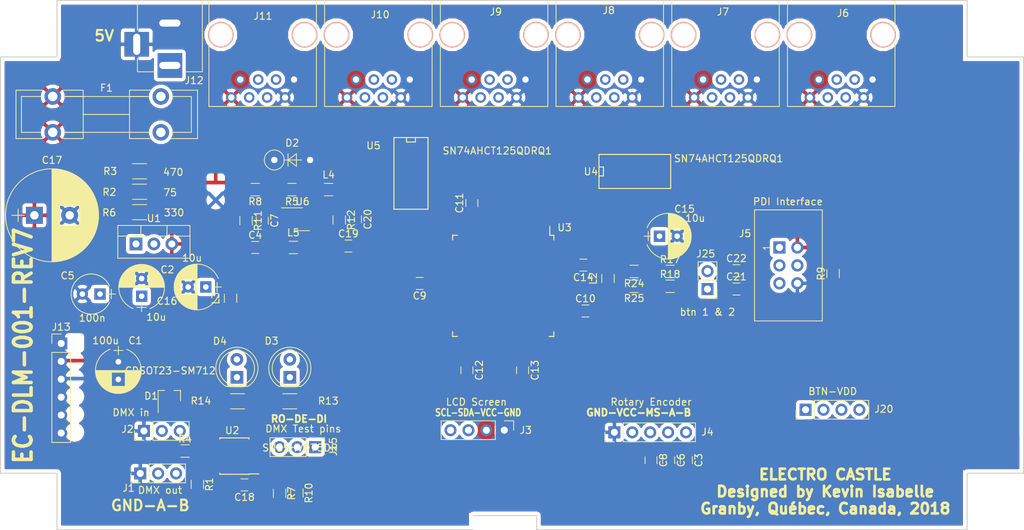
<source format=kicad_pcb>
(kicad_pcb (version 4) (host pcbnew 4.0.6)
  (layers (0 F.Cu signal hide) (31 B.Cu signal hide) (34 B.Paste user) (35 F.Paste user) (36 B.SilkS user) (37 F.SilkS user) (38 B.Mask user) (39 F.Mask user) (44 Edge.Cuts user))
  (net 0 "")
  (net 1 VCC)
  (net 2 GND)
  (net 3 VDD)
  (net 4 "Net-(C14-Pad2)")
  (net 5 "Net-(D1-Pad1)")
  (net 6 "Net-(R2-Pad1)")
  (net 7 "Net-(R2-Pad2)")
  (net 8 RO)
  (net 9 DE-RE)
  (net 10 DI)
  (net 11 VDD-Filtered)
  (net 12 /MAX485-A)
  (net 13 /MAX485-B)
  (net 14 "Net-(D3-Pad1)")
  (net 15 "Net-(D4-Pad1)")
  (net 16 "Net-(D1-Pad2)")
  (net 17 L1_OUT_5)
  (net 18 L2_OUT_5)
  (net 19 L3_OUT_5)
  (net 20 L4_OUT_5)
  (net 21 L5_OUT_5)
  (net 22 L6_OUT_5)
  (net 23 L4_OUT_3.3)
  (net 24 L5_OUT_3.3)
  (net 25 L6_OUT_3.3)
  (net 26 L1_OUT_3.3)
  (net 27 L2_OUT_3.3)
  (net 28 L3_OUT_3.3)
  (net 29 BTN2)
  (net 30 BTN1)
  (net 31 ADCTrig1)
  (net 32 ADCTrig2)
  (net 33 ADCTrig3)
  (net 34 ADCTrig4)
  (net 35 ADCTrig5)
  (net 36 ADCTrig6)
  (net 37 "Net-(C21-Pad1)")
  (net 38 "Net-(C22-Pad1)")
  (net 39 ENCODER_MS)
  (net 40 AVCC)
  (net 41 AnalogGND)
  (net 42 ENCODER_B)
  (net 43 ENCODER_A)
  (net 44 LED1)
  (net 45 LED2)
  (net 46 "Net-(F1-Pad2)")
  (net 47 LCD_SDA)
  (net 48 LCD_SCL)
  (net 49 PDI_DATA)
  (net 50 PDI_CLK)
  (net 51 BT_TX)
  (net 52 BT_RX)
  (net 53 "Net-(C7-Pad2)")
  (net 54 "Net-(C19-Pad1)")
  (net 55 "Net-(D2-Pad2)")
  (net 56 "Net-(R11-Pad2)")
  (module Housings_QFP:TQFP-64_14x14mm_Pitch0.8mm (layer F.Cu) (at 141.85 98.84 270)
    (fp_text reference U3 (at -8.26 -8.69 360) (layer F.SilkS))
    (fp_text value ATXMEGA64A3U-AU)
    (pad 1 smd rect (at -7.7 -6 270) (size 1.5 0.55) (layers F.Cu F.Paste F.Mask) (net 23 L4_OUT_3.3))
    (pad 2 smd rect (at -7.7 -5.2 270) (size 1.5 0.55) (layers F.Cu F.Paste F.Mask) (net 24 L5_OUT_3.3))
    (pad 3 smd rect (at -7.7 -4.4 270) (size 1.5 0.55) (layers F.Cu F.Paste F.Mask) (net 25 L6_OUT_3.3))
    (pad 4 smd rect (at -7.7 -3.6 270) (size 1.5 0.55) (layers F.Cu F.Paste F.Mask))
    (pad 5 smd rect (at -7.7 -2.8 270) (size 1.5 0.55) (layers F.Cu F.Paste F.Mask))
    (pad 6 smd rect (at -7.7 -2 270) (size 1.5 0.55) (layers F.Cu F.Paste F.Mask) (net 31 ADCTrig1))
    (pad 7 smd rect (at -7.7 -1.2 270) (size 1.5 0.55) (layers F.Cu F.Paste F.Mask) (net 32 ADCTrig2))
    (pad 8 smd rect (at -7.7 -0.4 270) (size 1.5 0.55) (layers F.Cu F.Paste F.Mask) (net 33 ADCTrig3))
    (pad 9 smd rect (at -7.7 0.4 270) (size 1.5 0.55) (layers F.Cu F.Paste F.Mask) (net 34 ADCTrig4))
    (pad 10 smd rect (at -7.7 1.2 270) (size 1.5 0.55) (layers F.Cu F.Paste F.Mask) (net 35 ADCTrig5))
    (pad 11 smd rect (at -7.7 2 270) (size 1.5 0.55) (layers F.Cu F.Paste F.Mask) (net 36 ADCTrig6))
    (pad 12 smd rect (at -7.7 2.8 270) (size 1.5 0.55) (layers F.Cu F.Paste F.Mask))
    (pad 13 smd rect (at -7.7 3.6 270) (size 1.5 0.55) (layers F.Cu F.Paste F.Mask))
    (pad 14 smd rect (at -7.7 4.4 270) (size 1.5 0.55) (layers F.Cu F.Paste F.Mask) (net 2 GND))
    (pad 15 smd rect (at -7.7 5.2 270) (size 1.5 0.55) (layers F.Cu F.Paste F.Mask) (net 11 VDD-Filtered))
    (pad 16 smd rect (at -7.7 6 270) (size 1.5 0.55) (layers F.Cu F.Paste F.Mask))
    (pad 17 smd rect (at -6 7.7) (size 1.5 0.55) (layers F.Cu F.Paste F.Mask))
    (pad 18 smd rect (at -5.2 7.7) (size 1.5 0.55) (layers F.Cu F.Paste F.Mask))
    (pad 19 smd rect (at -4.4 7.7) (size 1.5 0.55) (layers F.Cu F.Paste F.Mask))
    (pad 20 smd rect (at -3.6 7.7) (size 1.5 0.55) (layers F.Cu F.Paste F.Mask))
    (pad 21 smd rect (at -2.8 7.7) (size 1.5 0.55) (layers F.Cu F.Paste F.Mask) (net 52 BT_RX))
    (pad 22 smd rect (at -2 7.7) (size 1.5 0.55) (layers F.Cu F.Paste F.Mask) (net 51 BT_TX))
    (pad 23 smd rect (at -1.2 7.7) (size 1.5 0.55) (layers F.Cu F.Paste F.Mask))
    (pad 24 smd rect (at -0.4 7.7) (size 1.5 0.55) (layers F.Cu F.Paste F.Mask) (net 2 GND))
    (pad 25 smd rect (at 0.4 7.7) (size 1.5 0.55) (layers F.Cu F.Paste F.Mask) (net 11 VDD-Filtered))
    (pad 26 smd rect (at 1.2 7.7) (size 1.5 0.55) (layers F.Cu F.Paste F.Mask))
    (pad 27 smd rect (at 2 7.7) (size 1.5 0.55) (layers F.Cu F.Paste F.Mask) (net 9 DE-RE))
    (pad 28 smd rect (at 2.8 7.7) (size 1.5 0.55) (layers F.Cu F.Paste F.Mask) (net 8 RO))
    (pad 29 smd rect (at 3.6 7.7) (size 1.5 0.55) (layers F.Cu F.Paste F.Mask) (net 10 DI))
    (pad 30 smd rect (at 4.4 7.7) (size 1.5 0.55) (layers F.Cu F.Paste F.Mask) (net 39 ENCODER_MS))
    (pad 31 smd rect (at 5.2 7.7) (size 1.5 0.55) (layers F.Cu F.Paste F.Mask) (net 44 LED1))
    (pad 32 smd rect (at 6 7.7) (size 1.5 0.55) (layers F.Cu F.Paste F.Mask) (net 45 LED2))
    (pad 33 smd rect (at 7.7 6 270) (size 1.5 0.55) (layers F.Cu F.Paste F.Mask))
    (pad 34 smd rect (at 7.7 5.2 270) (size 1.5 0.55) (layers F.Cu F.Paste F.Mask) (net 2 GND))
    (pad 35 smd rect (at 7.7 4.4 270) (size 1.5 0.55) (layers F.Cu F.Paste F.Mask) (net 11 VDD-Filtered))
    (pad 36 smd rect (at 7.7 3.6 270) (size 1.5 0.55) (layers F.Cu F.Paste F.Mask) (net 47 LCD_SDA))
    (pad 37 smd rect (at 7.7 2.8 270) (size 1.5 0.55) (layers F.Cu F.Paste F.Mask) (net 48 LCD_SCL))
    (pad 38 smd rect (at 7.7 2 270) (size 1.5 0.55) (layers F.Cu F.Paste F.Mask) (net 43 ENCODER_A))
    (pad 39 smd rect (at 7.7 1.2 270) (size 1.5 0.55) (layers F.Cu F.Paste F.Mask) (net 42 ENCODER_B))
    (pad 40 smd rect (at 7.7 0.4 270) (size 1.5 0.55) (layers F.Cu F.Paste F.Mask))
    (pad 41 smd rect (at 7.7 -0.4 270) (size 1.5 0.55) (layers F.Cu F.Paste F.Mask))
    (pad 42 smd rect (at 7.7 -1.2 270) (size 1.5 0.55) (layers F.Cu F.Paste F.Mask))
    (pad 43 smd rect (at 7.7 -2 270) (size 1.5 0.55) (layers F.Cu F.Paste F.Mask))
    (pad 44 smd rect (at 7.7 -2.8 270) (size 1.5 0.55) (layers F.Cu F.Paste F.Mask) (net 2 GND))
    (pad 45 smd rect (at 7.7 -3.6 270) (size 1.5 0.55) (layers F.Cu F.Paste F.Mask) (net 11 VDD-Filtered))
    (pad 46 smd rect (at 7.7 -4.4 270) (size 1.5 0.55) (layers F.Cu F.Paste F.Mask))
    (pad 47 smd rect (at 7.7 -5.2 270) (size 1.5 0.55) (layers F.Cu F.Paste F.Mask))
    (pad 48 smd rect (at 7.7 -6 270) (size 1.5 0.55) (layers F.Cu F.Paste F.Mask))
    (pad 49 smd rect (at 6 -7.7) (size 1.5 0.55) (layers F.Cu F.Paste F.Mask))
    (pad 50 smd rect (at 5.2 -7.7) (size 1.5 0.55) (layers F.Cu F.Paste F.Mask))
    (pad 51 smd rect (at 4.4 -7.7) (size 1.5 0.55) (layers F.Cu F.Paste F.Mask))
    (pad 52 smd rect (at 3.6 -7.7) (size 1.5 0.55) (layers F.Cu F.Paste F.Mask) (net 2 GND))
    (pad 53 smd rect (at 2.8 -7.7) (size 1.5 0.55) (layers F.Cu F.Paste F.Mask) (net 11 VDD-Filtered))
    (pad 54 smd rect (at 2 -7.7) (size 1.5 0.55) (layers F.Cu F.Paste F.Mask))
    (pad 55 smd rect (at 1.2 -7.7) (size 1.5 0.55) (layers F.Cu F.Paste F.Mask))
    (pad 56 smd rect (at 0.4 -7.7) (size 1.5 0.55) (layers F.Cu F.Paste F.Mask) (net 49 PDI_DATA))
    (pad 57 smd rect (at -0.4 -7.7) (size 1.5 0.55) (layers F.Cu F.Paste F.Mask) (net 50 PDI_CLK))
    (pad 58 smd rect (at -1.2 -7.7) (size 1.5 0.55) (layers F.Cu F.Paste F.Mask) (net 30 BTN1))
    (pad 59 smd rect (at -2 -7.7) (size 1.5 0.55) (layers F.Cu F.Paste F.Mask) (net 29 BTN2))
    (pad 60 smd rect (at -2.8 -7.7) (size 1.5 0.55) (layers F.Cu F.Paste F.Mask) (net 2 GND))
    (pad 61 smd rect (at -3.6 -7.7) (size 1.5 0.55) (layers F.Cu F.Paste F.Mask) (net 4 "Net-(C14-Pad2)"))
    (pad 62 smd rect (at -4.4 -7.7) (size 1.5 0.55) (layers F.Cu F.Paste F.Mask) (net 26 L1_OUT_3.3))
    (pad 63 smd rect (at -5.2 -7.7) (size 1.5 0.55) (layers F.Cu F.Paste F.Mask) (net 27 L2_OUT_3.3))
    (pad 64 smd rect (at -6 -7.7) (size 1.5 0.55) (layers F.Cu F.Paste F.Mask) (net 28 L3_OUT_3.3))
  )
  (module Connectors:RJ45_8 (layer F.Cu) (at 194.2 69.6 180)
    (fp_text reference J6 (at 4.2 9.4 180) (layer F.SilkS))
    (fp_text value RJ45)
    (pad Hole np_thru_hole circle (at 10.38 6.35 180) (size 3.65 3.65) (drill 3.25) (layers *.Cu *.SilkS *.Mask))
    (pad Hole np_thru_hole circle (at -1.49 6.35 180) (size 3.65 3.65) (drill 3.25) (layers *.Cu *.SilkS *.Mask))
    (pad 1 thru_hole rect (at 0 0 180) (size 1.5 1.5) (drill 0.9) (layers *.Cu *.Mask) (net 2 GND))
    (pad 2 thru_hole circle (at 1.27 -2.54 180) (size 1.5 1.5) (drill 0.9) (layers *.Cu *.Mask) (net 2 GND))
    (pad 3 thru_hole circle (at 2.54 0 180) (size 1.5 1.5) (drill 0.9) (layers *.Cu *.Mask) (net 41 AnalogGND))
    (pad 4 thru_hole circle (at 3.81 -2.54 180) (size 1.5 1.5) (drill 0.9) (layers *.Cu *.Mask) (net 31 ADCTrig1))
    (pad 5 thru_hole circle (at 5.08 0 180) (size 1.5 1.5) (drill 0.9) (layers *.Cu *.Mask) (net 17 L1_OUT_5))
    (pad 6 thru_hole circle (at 6.35 -2.54 180) (size 1.5 1.5) (drill 0.9) (layers *.Cu *.Mask) (net 40 AVCC))
    (pad 7 thru_hole circle (at 7.62 0 180) (size 1.5 1.5) (drill 0.9) (layers *.Cu *.Mask) (net 1 VCC))
    (pad 8 thru_hole circle (at 8.89 -2.54 180) (size 1.5 1.5) (drill 0.9) (layers *.Cu *.Mask) (net 1 VCC))
  )
  (module Capacitors_THT:CP_Radial_D6.3mm_P2.50mm (layer F.Cu) (at 87.3 109.6 270)
    (fp_text reference C1 (at -3 -2.4 360) (layer F.SilkS))
    (fp_text value 100u (at -3 1.8 360) (layer F.SilkS))
    (pad 1 thru_hole rect (at 0 0 270) (size 1.6 1.6) (drill 0.8) (layers *.Cu *.Mask) (net 1 VCC))
    (pad 2 thru_hole circle (at 2.5 0 270) (size 1.6 1.6) (drill 0.8) (layers *.Cu *.Mask) (net 2 GND))
  )
  (module Capacitors_THT:CP_Radial_D6.3mm_P2.50mm (layer F.Cu) (at 90.6 100.3 90)
    (fp_text reference C2 (at 3.75 3.65 180) (layer F.SilkS))
    (fp_text value 10u (at -2.97 2.07 180) (layer F.SilkS))
    (pad 1 thru_hole rect (at 0 0 90) (size 1.6 1.6) (drill 0.8) (layers *.Cu *.Mask) (net 3 VDD))
    (pad 2 thru_hole circle (at 2.5 0 90) (size 1.6 1.6) (drill 0.8) (layers *.Cu *.Mask) (net 2 GND))
  )
  (module Capacitors_THT:CP_Radial_Tantal_D5.5mm_P2.50mm (layer F.Cu) (at 84.7 100 180)
    (fp_text reference C5 (at 4.6 2.6 180) (layer F.SilkS))
    (fp_text value 100n (at 1.1 -3.4 180) (layer F.SilkS))
    (pad 1 thru_hole rect (at 0 0 180) (size 1.6 1.6) (drill 0.8) (layers *.Cu *.Mask) (net 3 VDD))
    (pad 2 thru_hole circle (at 2.5 0 180) (size 1.6 1.6) (drill 0.8) (layers *.Cu *.Mask) (net 2 GND))
  )
  (module Capacitors_THT:CP_Radial_D6.3mm_P2.50mm (layer F.Cu) (at 164 91.8)
    (fp_text reference C15 (at 3.55 -3.85 180) (layer F.SilkS))
    (fp_text value 10u (at 5.05 -2.55) (layer F.SilkS))
    (pad 1 thru_hole rect (at 0 0) (size 1.6 1.6) (drill 0.8) (layers *.Cu *.Mask) (net 4 "Net-(C14-Pad2)"))
    (pad 2 thru_hole circle (at 2.5 0) (size 1.6 1.6) (drill 0.8) (layers *.Cu *.Mask) (net 2 GND))
  )
  (module Capacitors_THT:CP_Radial_D6.3mm_P2.50mm (layer F.Cu) (at 99.7 99 180)
    (fp_text reference C16 (at 5.5 -2 180) (layer F.SilkS))
    (fp_text value 10u (at 1.96 4.11 180) (layer F.SilkS))
    (pad 1 thru_hole rect (at 0 0 180) (size 1.6 1.6) (drill 0.8) (layers *.Cu *.Mask) (net 11 VDD-Filtered))
    (pad 2 thru_hole circle (at 2.5 0 180) (size 1.6 1.6) (drill 0.8) (layers *.Cu *.Mask) (net 2 GND))
  )
  (module Pin_Headers:Pin_Header_Straight_1x04_Pitch2.54mm (layer F.Cu) (at 142 119.3 270)
    (fp_text reference J3 (at 0 -3.05 360) (layer F.SilkS))
    (fp_text value "LCD Screen" (at -4 3.95 360) (layer F.SilkS))
    (pad 1 thru_hole rect (at 0 0 270) (size 1.7 1.7) (drill 1) (layers *.Cu *.Mask) (net 2 GND))
    (pad 2 thru_hole oval (at 0 2.54 270) (size 1.7 1.7) (drill 1) (layers *.Cu *.Mask) (net 1 VCC))
    (pad 3 thru_hole oval (at 0 5.08 270) (size 1.7 1.7) (drill 1) (layers *.Cu *.Mask) (net 47 LCD_SDA))
    (pad 4 thru_hole oval (at 0 7.62 270) (size 1.7 1.7) (drill 1) (layers *.Cu *.Mask) (net 48 LCD_SCL))
  )
  (module Pin_Headers:Pin_Header_Straight_1x05_Pitch2.54mm (layer F.Cu) (at 157.6 119.6 90)
    (fp_text reference J4 (at 0.05 13.2 180) (layer F.SilkS))
    (fp_text value "Rotary Encoder" (at 4.3 5.2 180) (layer F.SilkS))
    (pad 1 thru_hole rect (at 0 0 90) (size 1.7 1.7) (drill 1) (layers *.Cu *.Mask) (net 2 GND))
    (pad 2 thru_hole oval (at 0 2.54 90) (size 1.7 1.7) (drill 1) (layers *.Cu *.Mask) (net 3 VDD))
    (pad 3 thru_hole oval (at 0 5.08 90) (size 1.7 1.7) (drill 1) (layers *.Cu *.Mask) (net 39 ENCODER_MS))
    (pad 4 thru_hole oval (at 0 7.62 90) (size 1.7 1.7) (drill 1) (layers *.Cu *.Mask) (net 42 ENCODER_B))
    (pad 5 thru_hole oval (at 0 10.16 90) (size 1.7 1.7) (drill 1) (layers *.Cu *.Mask) (net 43 ENCODER_A))
  )
  (module Connectors:IDC_Header_Straight_6pins (layer F.Cu) (at 181 93.4 270)
    (fp_text reference J5 (at -1.98 4.87 360) (layer F.SilkS))
    (fp_text value "PDI Interface" (at -6.5 -1.2 360) (layer F.SilkS))
    (fp_text user 1 (at 0.03 1.76 270) (layer F.SilkS) (effects (font (thickness 0.12))))
    (pad 1 thru_hole rect (at 0 0 270) (size 1.7272 1.7272) (drill 1.016) (layers *.Cu *.Mask) (net 49 PDI_DATA))
    (pad 2 thru_hole oval (at 0 -2.54 270) (size 1.7272 1.7272) (drill 1.016) (layers *.Cu *.Mask) (net 11 VDD-Filtered))
    (pad 3 thru_hole oval (at 2.54 0 270) (size 1.7272 1.7272) (drill 1.016) (layers *.Cu *.Mask))
    (pad 4 thru_hole oval (at 2.54 -2.54 270) (size 1.7272 1.7272) (drill 1.016) (layers *.Cu *.Mask))
    (pad 5 thru_hole oval (at 5.08 0 270) (size 1.7272 1.7272) (drill 1.016) (layers *.Cu *.Mask) (net 50 PDI_CLK))
    (pad 6 thru_hole oval (at 5.08 -2.54 270) (size 1.7272 1.7272) (drill 1.016) (layers *.Cu *.Mask) (net 2 GND))
  )
  (module Connectors:RJ45_8 (layer F.Cu) (at 177.8 69.6 180)
    (fp_text reference J7 (at 4.8 9.6 180) (layer F.SilkS))
    (fp_text value RJ45)
    (pad Hole np_thru_hole circle (at 10.38 6.35 180) (size 3.65 3.65) (drill 3.25) (layers *.Cu *.SilkS *.Mask))
    (pad Hole np_thru_hole circle (at -1.49 6.35 180) (size 3.65 3.65) (drill 3.25) (layers *.Cu *.SilkS *.Mask))
    (pad 1 thru_hole rect (at 0 0 180) (size 1.5 1.5) (drill 0.9) (layers *.Cu *.Mask) (net 2 GND))
    (pad 2 thru_hole circle (at 1.27 -2.54 180) (size 1.5 1.5) (drill 0.9) (layers *.Cu *.Mask) (net 2 GND))
    (pad 3 thru_hole circle (at 2.54 0 180) (size 1.5 1.5) (drill 0.9) (layers *.Cu *.Mask) (net 41 AnalogGND))
    (pad 4 thru_hole circle (at 3.81 -2.54 180) (size 1.5 1.5) (drill 0.9) (layers *.Cu *.Mask) (net 32 ADCTrig2))
    (pad 5 thru_hole circle (at 5.08 0 180) (size 1.5 1.5) (drill 0.9) (layers *.Cu *.Mask) (net 18 L2_OUT_5))
    (pad 6 thru_hole circle (at 6.35 -2.54 180) (size 1.5 1.5) (drill 0.9) (layers *.Cu *.Mask) (net 40 AVCC))
    (pad 7 thru_hole circle (at 7.62 0 180) (size 1.5 1.5) (drill 0.9) (layers *.Cu *.Mask) (net 1 VCC))
    (pad 8 thru_hole circle (at 8.89 -2.54 180) (size 1.5 1.5) (drill 0.9) (layers *.Cu *.Mask) (net 1 VCC))
  )
  (module Connectors:RJ45_8 (layer F.Cu) (at 161.4 69.6 180)
    (fp_text reference J8 (at 4.6 9.8 180) (layer F.SilkS))
    (fp_text value RJ45)
    (pad Hole np_thru_hole circle (at 10.38 6.35 180) (size 3.65 3.65) (drill 3.25) (layers *.Cu *.SilkS *.Mask))
    (pad Hole np_thru_hole circle (at -1.49 6.35 180) (size 3.65 3.65) (drill 3.25) (layers *.Cu *.SilkS *.Mask))
    (pad 1 thru_hole rect (at 0 0 180) (size 1.5 1.5) (drill 0.9) (layers *.Cu *.Mask) (net 2 GND))
    (pad 2 thru_hole circle (at 1.27 -2.54 180) (size 1.5 1.5) (drill 0.9) (layers *.Cu *.Mask) (net 2 GND))
    (pad 3 thru_hole circle (at 2.54 0 180) (size 1.5 1.5) (drill 0.9) (layers *.Cu *.Mask) (net 41 AnalogGND))
    (pad 4 thru_hole circle (at 3.81 -2.54 180) (size 1.5 1.5) (drill 0.9) (layers *.Cu *.Mask) (net 33 ADCTrig3))
    (pad 5 thru_hole circle (at 5.08 0 180) (size 1.5 1.5) (drill 0.9) (layers *.Cu *.Mask) (net 19 L3_OUT_5))
    (pad 6 thru_hole circle (at 6.35 -2.54 180) (size 1.5 1.5) (drill 0.9) (layers *.Cu *.Mask) (net 40 AVCC))
    (pad 7 thru_hole circle (at 7.62 0 180) (size 1.5 1.5) (drill 0.9) (layers *.Cu *.Mask) (net 1 VCC))
    (pad 8 thru_hole circle (at 8.89 -2.54 180) (size 1.5 1.5) (drill 0.9) (layers *.Cu *.Mask) (net 1 VCC))
  )
  (module Connectors:RJ45_8 (layer F.Cu) (at 145 69.6 180)
    (fp_text reference J9 (at 4.2 9.6 180) (layer F.SilkS))
    (fp_text value RJ45)
    (pad Hole np_thru_hole circle (at 10.38 6.35 180) (size 3.65 3.65) (drill 3.25) (layers *.Cu *.SilkS *.Mask))
    (pad Hole np_thru_hole circle (at -1.49 6.35 180) (size 3.65 3.65) (drill 3.25) (layers *.Cu *.SilkS *.Mask))
    (pad 1 thru_hole rect (at 0 0 180) (size 1.5 1.5) (drill 0.9) (layers *.Cu *.Mask) (net 2 GND))
    (pad 2 thru_hole circle (at 1.27 -2.54 180) (size 1.5 1.5) (drill 0.9) (layers *.Cu *.Mask) (net 2 GND))
    (pad 3 thru_hole circle (at 2.54 0 180) (size 1.5 1.5) (drill 0.9) (layers *.Cu *.Mask) (net 41 AnalogGND))
    (pad 4 thru_hole circle (at 3.81 -2.54 180) (size 1.5 1.5) (drill 0.9) (layers *.Cu *.Mask) (net 34 ADCTrig4))
    (pad 5 thru_hole circle (at 5.08 0 180) (size 1.5 1.5) (drill 0.9) (layers *.Cu *.Mask) (net 20 L4_OUT_5))
    (pad 6 thru_hole circle (at 6.35 -2.54 180) (size 1.5 1.5) (drill 0.9) (layers *.Cu *.Mask) (net 40 AVCC))
    (pad 7 thru_hole circle (at 7.62 0 180) (size 1.5 1.5) (drill 0.9) (layers *.Cu *.Mask) (net 1 VCC))
    (pad 8 thru_hole circle (at 8.89 -2.54 180) (size 1.5 1.5) (drill 0.9) (layers *.Cu *.Mask) (net 1 VCC))
  )
  (module Connectors:RJ45_8 (layer F.Cu) (at 128.6 69.6 180)
    (fp_text reference J10 (at 4.2 9.2 180) (layer F.SilkS))
    (fp_text value RJ45)
    (pad Hole np_thru_hole circle (at 10.38 6.35 180) (size 3.65 3.65) (drill 3.25) (layers *.Cu *.SilkS *.Mask))
    (pad Hole np_thru_hole circle (at -1.49 6.35 180) (size 3.65 3.65) (drill 3.25) (layers *.Cu *.SilkS *.Mask))
    (pad 1 thru_hole rect (at 0 0 180) (size 1.5 1.5) (drill 0.9) (layers *.Cu *.Mask) (net 2 GND))
    (pad 2 thru_hole circle (at 1.27 -2.54 180) (size 1.5 1.5) (drill 0.9) (layers *.Cu *.Mask) (net 2 GND))
    (pad 3 thru_hole circle (at 2.54 0 180) (size 1.5 1.5) (drill 0.9) (layers *.Cu *.Mask) (net 41 AnalogGND))
    (pad 4 thru_hole circle (at 3.81 -2.54 180) (size 1.5 1.5) (drill 0.9) (layers *.Cu *.Mask) (net 35 ADCTrig5))
    (pad 5 thru_hole circle (at 5.08 0 180) (size 1.5 1.5) (drill 0.9) (layers *.Cu *.Mask) (net 21 L5_OUT_5))
    (pad 6 thru_hole circle (at 6.35 -2.54 180) (size 1.5 1.5) (drill 0.9) (layers *.Cu *.Mask) (net 40 AVCC))
    (pad 7 thru_hole circle (at 7.62 0 180) (size 1.5 1.5) (drill 0.9) (layers *.Cu *.Mask) (net 1 VCC))
    (pad 8 thru_hole circle (at 8.89 -2.54 180) (size 1.5 1.5) (drill 0.9) (layers *.Cu *.Mask) (net 1 VCC))
  )
  (module Connectors:RJ45_8 (layer F.Cu) (at 112.2 69.6 180)
    (fp_text reference J11 (at 4.4 9 180) (layer F.SilkS))
    (fp_text value RJ45)
    (pad Hole np_thru_hole circle (at 10.38 6.35 180) (size 3.65 3.65) (drill 3.25) (layers *.Cu *.SilkS *.Mask))
    (pad Hole np_thru_hole circle (at -1.49 6.35 180) (size 3.65 3.65) (drill 3.25) (layers *.Cu *.SilkS *.Mask))
    (pad 1 thru_hole rect (at 0 0 180) (size 1.5 1.5) (drill 0.9) (layers *.Cu *.Mask) (net 2 GND))
    (pad 2 thru_hole circle (at 1.27 -2.54 180) (size 1.5 1.5) (drill 0.9) (layers *.Cu *.Mask) (net 2 GND))
    (pad 3 thru_hole circle (at 2.54 0 180) (size 1.5 1.5) (drill 0.9) (layers *.Cu *.Mask) (net 41 AnalogGND))
    (pad 4 thru_hole circle (at 3.81 -2.54 180) (size 1.5 1.5) (drill 0.9) (layers *.Cu *.Mask) (net 36 ADCTrig6))
    (pad 5 thru_hole circle (at 5.08 0 180) (size 1.5 1.5) (drill 0.9) (layers *.Cu *.Mask) (net 22 L6_OUT_5))
    (pad 6 thru_hole circle (at 6.35 -2.54 180) (size 1.5 1.5) (drill 0.9) (layers *.Cu *.Mask) (net 40 AVCC))
    (pad 7 thru_hole circle (at 7.62 0 180) (size 1.5 1.5) (drill 0.9) (layers *.Cu *.Mask) (net 1 VCC))
    (pad 8 thru_hole circle (at 8.89 -2.54 180) (size 1.5 1.5) (drill 0.9) (layers *.Cu *.Mask) (net 1 VCC))
  )
  (module Resistors_SMD:R_1206_HandSoldering (layer F.Cu) (at 90.3 85.5)
    (fp_text reference R2 (at -4.27 0.06) (layer F.SilkS))
    (fp_text value 75 (at 4.34 0.12) (layer F.SilkS))
    (pad 1 smd rect (at -2 0) (size 2 1.7) (layers F.Cu F.Paste F.Mask) (net 6 "Net-(R2-Pad1)"))
    (pad 2 smd rect (at 2 0) (size 2 1.7) (layers F.Cu F.Paste F.Mask) (net 7 "Net-(R2-Pad2)"))
  )
  (module Resistors_SMD:R_1206_HandSoldering (layer F.Cu) (at 90.3 82.6 180)
    (fp_text reference R3 (at 4.16 0 180) (layer F.SilkS))
    (fp_text value 470 (at -4.78 -0.14 180) (layer F.SilkS))
    (pad 1 smd rect (at -2 0 180) (size 2 1.7) (layers F.Cu F.Paste F.Mask) (net 2 GND))
    (pad 2 smd rect (at 2 0 180) (size 2 1.7) (layers F.Cu F.Paste F.Mask) (net 7 "Net-(R2-Pad2)"))
  )
  (module Resistors_SMD:R_1206_HandSoldering (layer F.Cu) (at 90.3 88.4 180)
    (fp_text reference R6 (at 4.3 -0.07 180) (layer F.SilkS))
    (fp_text value 330 (at -4.89 -0.07 180) (layer F.SilkS))
    (pad 1 smd rect (at -2 0 180) (size 2 1.7) (layers F.Cu F.Paste F.Mask) (net 3 VDD))
    (pad 2 smd rect (at 2 0 180) (size 2 1.7) (layers F.Cu F.Paste F.Mask) (net 6 "Net-(R2-Pad1)"))
  )
  (module Housings_SOIC:SOIC-8_3.9x4.9mm_Pitch1.27mm (layer F.Cu) (at 103.75 122.97 180)
    (fp_text reference U2 (at 0.31 3.64 180) (layer F.SilkS))
    (fp_text value SN65HVD75DR (at -9.3 1.17 180) (layer F.SilkS))
    (pad 1 smd rect (at -2.7 -1.905 180) (size 1.55 0.6) (layers F.Cu F.Paste F.Mask) (net 8 RO))
    (pad 2 smd rect (at -2.7 -0.635 180) (size 1.55 0.6) (layers F.Cu F.Paste F.Mask) (net 9 DE-RE))
    (pad 3 smd rect (at -2.7 0.635 180) (size 1.55 0.6) (layers F.Cu F.Paste F.Mask) (net 9 DE-RE))
    (pad 4 smd rect (at -2.7 1.905 180) (size 1.55 0.6) (layers F.Cu F.Paste F.Mask) (net 10 DI))
    (pad 5 smd rect (at 2.7 1.905 180) (size 1.55 0.6) (layers F.Cu F.Paste F.Mask) (net 2 GND))
    (pad 6 smd rect (at 2.7 0.635 180) (size 1.55 0.6) (layers F.Cu F.Paste F.Mask) (net 13 /MAX485-B))
    (pad 7 smd rect (at 2.7 -0.635 180) (size 1.55 0.6) (layers F.Cu F.Paste F.Mask) (net 12 /MAX485-A))
    (pad 8 smd rect (at 2.7 -1.905 180) (size 1.55 0.6) (layers F.Cu F.Paste F.Mask) (net 3 VDD))
  )
  (module Connectors:BARREL_JACK (layer F.Cu) (at 94.6 67.6 270)
    (fp_text reference J12 (at 2.132 -3.448 540) (layer F.SilkS))
    (fp_text value BARREL_JACK)
    (pad 1 thru_hole rect (at 0 0 270) (size 3.5 3.5) (drill oval 1 3) (layers *.Cu *.Mask) (net 46 "Net-(F1-Pad2)"))
    (pad 2 thru_hole rect (at -6 0 270) (size 3.5 3.5) (drill oval 1 3) (layers *.Cu *.Mask) (net 2 GND))
    (pad 3 thru_hole rect (at -3 4.7 270) (size 3.5 3.5) (drill oval 3 1) (layers *.Cu *.Mask) (net 2 GND))
  )
  (module Pin_Headers:Pin_Header_Straight_1x03_Pitch2.54mm (layer F.Cu) (at 115.2 121.7 270)
    (fp_text reference J15 (at -0.08 -2.55 270) (layer F.SilkS))
    (fp_text value "DMX Test pins" (at -2.6 1.7 360) (layer F.SilkS))
    (pad 1 thru_hole rect (at 0 0 270) (size 1.7 1.7) (drill 1) (layers *.Cu *.Mask) (net 10 DI))
    (pad 2 thru_hole oval (at 0 2.54 270) (size 1.7 1.7) (drill 1) (layers *.Cu *.Mask) (net 9 DE-RE))
    (pad 3 thru_hole oval (at 0 5.08 270) (size 1.7 1.7) (drill 1) (layers *.Cu *.Mask) (net 8 RO))
  )
  (module LEDs:LED_D5.0mm (layer F.Cu) (at 111.6 111.8 90)
    (fp_text reference D3 (at 5.15 -2.59 180) (layer F.SilkS))
    (fp_text value LED)
    (pad 1 thru_hole rect (at 0 0 90) (size 1.8 1.8) (drill 0.9) (layers *.Cu *.Mask) (net 14 "Net-(D3-Pad1)"))
    (pad 2 thru_hole circle (at 2.54 0 90) (size 1.8 1.8) (drill 0.9) (layers *.Cu *.Mask) (net 44 LED1))
  )
  (module LEDs:LED_D5.0mm (layer F.Cu) (at 104.1 111.8 90)
    (fp_text reference D4 (at 5.12 -2.41 180) (layer F.SilkS))
    (fp_text value LED)
    (pad 1 thru_hole rect (at 0 0 90) (size 1.8 1.8) (drill 0.9) (layers *.Cu *.Mask) (net 15 "Net-(D4-Pad1)"))
    (pad 2 thru_hole circle (at 2.54 0 90) (size 1.8 1.8) (drill 0.9) (layers *.Cu *.Mask) (net 45 LED2))
  )
  (module Resistors_SMD:R_1206_HandSoldering (layer F.Cu) (at 111.6 115.2 180)
    (fp_text reference R13 (at -5.45 0.05 180) (layer F.SilkS))
    (fp_text value R)
    (pad 1 smd rect (at -2 0 180) (size 2 1.7) (layers F.Cu F.Paste F.Mask) (net 14 "Net-(D3-Pad1)"))
    (pad 2 smd rect (at 2 0 180) (size 2 1.7) (layers F.Cu F.Paste F.Mask) (net 2 GND))
  )
  (module Resistors_SMD:R_1206_HandSoldering (layer F.Cu) (at 104.2 115.2 180)
    (fp_text reference R14 (at 5.2 0.05 180) (layer F.SilkS))
    (fp_text value R)
    (pad 1 smd rect (at -2 0 180) (size 2 1.7) (layers F.Cu F.Paste F.Mask) (net 15 "Net-(D4-Pad1)"))
    (pad 2 smd rect (at 2 0 180) (size 2 1.7) (layers F.Cu F.Paste F.Mask) (net 2 GND))
  )
  (module SMD_Packages:SOIC-14_N (layer F.Cu) (at 160.5 82.5)
    (fp_text reference U4 (at -6.22 0.15) (layer F.SilkS))
    (fp_text value SN74AHCT125QDRQ1 (at 13.3 -1.7) (layer F.SilkS))
    (pad 1 smd rect (at -3.81 3.302) (size 0.508 1.143) (layers F.Cu F.Paste F.Mask) (net 2 GND))
    (pad 2 smd rect (at -2.54 3.302) (size 0.508 1.143) (layers F.Cu F.Paste F.Mask) (net 26 L1_OUT_3.3))
    (pad 3 smd rect (at -1.27 3.302) (size 0.508 1.143) (layers F.Cu F.Paste F.Mask) (net 17 L1_OUT_5))
    (pad 4 smd rect (at 0 3.302) (size 0.508 1.143) (layers F.Cu F.Paste F.Mask) (net 2 GND))
    (pad 5 smd rect (at 1.27 3.302) (size 0.508 1.143) (layers F.Cu F.Paste F.Mask) (net 27 L2_OUT_3.3))
    (pad 6 smd rect (at 2.54 3.302) (size 0.508 1.143) (layers F.Cu F.Paste F.Mask) (net 18 L2_OUT_5))
    (pad 7 smd rect (at 3.81 3.302) (size 0.508 1.143) (layers F.Cu F.Paste F.Mask) (net 2 GND))
    (pad 8 smd rect (at 3.81 -3.048) (size 0.508 1.143) (layers F.Cu F.Paste F.Mask) (net 19 L3_OUT_5))
    (pad 9 smd rect (at 2.54 -3.048) (size 0.508 1.143) (layers F.Cu F.Paste F.Mask) (net 28 L3_OUT_3.3))
    (pad 11 smd rect (at 0 -3.048) (size 0.508 1.143) (layers F.Cu F.Paste F.Mask) (net 20 L4_OUT_5))
    (pad 12 smd rect (at -1.27 -3.048) (size 0.508 1.143) (layers F.Cu F.Paste F.Mask) (net 23 L4_OUT_3.3))
    (pad 13 smd rect (at -2.54 -3.048) (size 0.508 1.143) (layers F.Cu F.Paste F.Mask) (net 2 GND))
    (pad 14 smd rect (at -3.81 -3.048) (size 0.508 1.143) (layers F.Cu F.Paste F.Mask) (net 1 VCC))
    (pad 10 smd rect (at 1.27 -3.048) (size 0.508 1.143) (layers F.Cu F.Paste F.Mask) (net 2 GND))
  )
  (module SMD_Packages:SOIC-14_N (layer F.Cu) (at 128.9 82.9 270)
    (fp_text reference U5 (at -3.93 5.44 360) (layer F.SilkS))
    (fp_text value SN74AHCT125QDRQ1 (at -3.2 -12.1 360) (layer F.SilkS))
    (pad 1 smd rect (at -3.81 3.302 270) (size 0.508 1.143) (layers F.Cu F.Paste F.Mask) (net 2 GND))
    (pad 2 smd rect (at -2.54 3.302 270) (size 0.508 1.143) (layers F.Cu F.Paste F.Mask) (net 24 L5_OUT_3.3))
    (pad 3 smd rect (at -1.27 3.302 270) (size 0.508 1.143) (layers F.Cu F.Paste F.Mask) (net 21 L5_OUT_5))
    (pad 4 smd rect (at 0 3.302 270) (size 0.508 1.143) (layers F.Cu F.Paste F.Mask) (net 2 GND))
    (pad 5 smd rect (at 1.27 3.302 270) (size 0.508 1.143) (layers F.Cu F.Paste F.Mask) (net 25 L6_OUT_3.3))
    (pad 6 smd rect (at 2.54 3.302 270) (size 0.508 1.143) (layers F.Cu F.Paste F.Mask) (net 22 L6_OUT_5))
    (pad 7 smd rect (at 3.81 3.302 270) (size 0.508 1.143) (layers F.Cu F.Paste F.Mask) (net 2 GND))
    (pad 8 smd rect (at 3.81 -3.048 270) (size 0.508 1.143) (layers F.Cu F.Paste F.Mask))
    (pad 9 smd rect (at 2.54 -3.048 270) (size 0.508 1.143) (layers F.Cu F.Paste F.Mask))
    (pad 11 smd rect (at 0 -3.048 270) (size 0.508 1.143) (layers F.Cu F.Paste F.Mask))
    (pad 12 smd rect (at -1.27 -3.048 270) (size 0.508 1.143) (layers F.Cu F.Paste F.Mask))
    (pad 13 smd rect (at -2.54 -3.048 270) (size 0.508 1.143) (layers F.Cu F.Paste F.Mask) (net 2 GND))
    (pad 14 smd rect (at -3.81 -3.048 270) (size 0.508 1.143) (layers F.Cu F.Paste F.Mask) (net 1 VCC))
    (pad 10 smd rect (at 1.27 -3.048 270) (size 0.508 1.143) (layers F.Cu F.Paste F.Mask) (net 2 GND))
  )
  (module TO_SOT_Packages_SMD:SOT-23_Handsoldering (layer F.Cu) (at 94.525 114.425 90)
    (fp_text reference D1 (at -0.025 -2.575 180) (layer F.SilkS))
    (fp_text value CDSOT23-SM712 (at 3.555 0.135 180) (layer F.SilkS))
    (pad 1 smd rect (at -1.5 -0.95 90) (size 1.9 0.8) (layers F.Cu F.Paste F.Mask) (net 5 "Net-(D1-Pad1)"))
    (pad 2 smd rect (at -1.5 0.95 90) (size 1.9 0.8) (layers F.Cu F.Paste F.Mask) (net 16 "Net-(D1-Pad2)"))
    (pad 3 smd rect (at 1.5 0 90) (size 1.9 0.8) (layers F.Cu F.Paste F.Mask) (net 2 GND))
  )
  (module Pin_Headers:Pin_Header_Straight_1x03_Pitch2.54mm (layer F.Cu) (at 90.4 125.425 90)
    (fp_text reference J1 (at -2.075 -1.65 180) (layer F.SilkS))
    (fp_text value "DMX out" (at -2.375 2.8 180) (layer F.SilkS))
    (pad 1 thru_hole rect (at 0 0 90) (size 1.7 1.7) (drill 1) (layers *.Cu *.Mask) (net 2 GND))
    (pad 2 thru_hole oval (at 0 2.54 90) (size 1.7 1.7) (drill 1) (layers *.Cu *.Mask) (net 5 "Net-(D1-Pad1)"))
    (pad 3 thru_hole oval (at 0 5.08 90) (size 1.7 1.7) (drill 1) (layers *.Cu *.Mask) (net 16 "Net-(D1-Pad2)"))
  )
  (module Pin_Headers:Pin_Header_Straight_1x03_Pitch2.54mm (layer F.Cu) (at 90.925 119.4 90)
    (fp_text reference J2 (at 0.25 -2.325 180) (layer F.SilkS))
    (fp_text value "DMX in" (at 2.6 -1.825 180) (layer F.SilkS))
    (pad 1 thru_hole rect (at 0 0 90) (size 1.7 1.7) (drill 1) (layers *.Cu *.Mask) (net 2 GND))
    (pad 2 thru_hole oval (at 0 2.54 90) (size 1.7 1.7) (drill 1) (layers *.Cu *.Mask) (net 5 "Net-(D1-Pad1)"))
    (pad 3 thru_hole oval (at 0 5.08 90) (size 1.7 1.7) (drill 1) (layers *.Cu *.Mask) (net 16 "Net-(D1-Pad2)"))
  )
  (module Pin_Headers:Pin_Header_Straight_1x02_Pitch2.54mm (layer F.Cu) (at 170.8 99.3 180)
    (fp_text reference J25 (at 0.25 5 360) (layer F.SilkS))
    (fp_text value "btn 1 & 2" (at 0 -3.25 360) (layer F.SilkS))
    (pad 1 thru_hole rect (at 0 0 180) (size 1.7 1.7) (drill 1) (layers *.Cu *.Mask) (net 37 "Net-(C21-Pad1)"))
    (pad 2 thru_hole oval (at 0 2.54 180) (size 1.7 1.7) (drill 1) (layers *.Cu *.Mask) (net 38 "Net-(C22-Pad1)"))
  )
  (module Pin_Headers:Pin_Header_Straight_1x04_Pitch2.54mm (layer F.Cu) (at 184.7 116.4 90)
    (fp_text reference J20 (at 0.1 11.1 180) (layer F.SilkS))
    (fp_text value BTN-VDD (at 2.6 3.85 180) (layer F.SilkS))
    (pad 1 thru_hole rect (at 0 0 90) (size 1.7 1.7) (drill 1) (layers *.Cu *.Mask) (net 3 VDD))
    (pad 2 thru_hole oval (at 0 2.54 90) (size 1.7 1.7) (drill 1) (layers *.Cu *.Mask) (net 3 VDD))
    (pad 3 thru_hole oval (at 0 5.08 90) (size 1.7 1.7) (drill 1) (layers *.Cu *.Mask))
    (pad 4 thru_hole oval (at 0 7.62 90) (size 1.7 1.7) (drill 1) (layers *.Cu *.Mask))
  )
  (module Fuse_Holders_and_Fuses:Fuseholder5x20_horiz_open_lateral_Type-II (layer F.Cu) (at 78 72)
    (fp_text reference F1 (at 7.61 -1.21) (layer F.SilkS))
    (fp_text value Fuse)
    (pad 2 thru_hole circle (at 15.32 0) (size 2.35 2.35) (drill 1.35) (layers *.Cu *.Mask) (net 46 "Net-(F1-Pad2)"))
    (pad 2 thru_hole circle (at 15.32 5.08) (size 2.35 2.35) (drill 1.35) (layers *.Cu *.Mask) (net 46 "Net-(F1-Pad2)"))
    (pad 1 thru_hole circle (at 0 0) (size 2.35 2.35) (drill 1.35) (layers *.Cu *.Mask) (net 1 VCC))
    (pad 1 thru_hole circle (at 0 5.08) (size 2.35 2.35) (drill 1.35) (layers *.Cu *.Mask) (net 1 VCC))
  )
  (module Pin_Headers:Pin_Header_Straight_1x06_Pitch2.54mm (layer F.Cu) (at 79.2 107)
    (fp_text reference J13 (at 0 -2.33) (layer F.SilkS))
    (fp_text value "Bluetooth Module")
    (pad 1 thru_hole rect (at 0 0) (size 1.7 1.7) (drill 1) (layers *.Cu *.Mask))
    (pad 2 thru_hole oval (at 0 2.54) (size 1.7 1.7) (drill 1) (layers *.Cu *.Mask) (net 1 VCC))
    (pad 3 thru_hole oval (at 0 5.08) (size 1.7 1.7) (drill 1) (layers *.Cu *.Mask) (net 2 GND))
    (pad 4 thru_hole oval (at 0 7.62) (size 1.7 1.7) (drill 1) (layers *.Cu *.Mask) (net 51 BT_TX))
    (pad 5 thru_hole oval (at 0 10.16) (size 1.7 1.7) (drill 1) (layers *.Cu *.Mask) (net 52 BT_RX))
    (pad 6 thru_hole oval (at 0 12.7) (size 1.7 1.7) (drill 1) (layers *.Cu *.Mask))
  )
  (module Capacitors_SMD:C_0805_HandSoldering (layer F.Cu) (at 167.8 123.55 270)
    (fp_text reference C3 (at 0 -1.75 270) (layer F.SilkS))
    (fp_text value 100n)
    (pad 1 smd rect (at -1.25 0 270) (size 1.5 1.25) (layers F.Cu F.Paste F.Mask) (net 39 ENCODER_MS))
    (pad 2 smd rect (at 1.25 0 270) (size 1.5 1.25) (layers F.Cu F.Paste F.Mask) (net 2 GND))
  )
  (module Capacitors_SMD:C_0805_HandSoldering (layer F.Cu) (at 106.7 93.4)
    (fp_text reference C4 (at 0 -1.75) (layer F.SilkS))
    (fp_text value 22u)
    (pad 1 smd rect (at -1.25 0) (size 1.5 1.25) (layers F.Cu F.Paste F.Mask) (net 1 VCC))
    (pad 2 smd rect (at 1.25 0) (size 1.5 1.25) (layers F.Cu F.Paste F.Mask) (net 2 GND))
  )
  (module Capacitors_SMD:C_0805_HandSoldering (layer F.Cu) (at 165.3 123.55 270)
    (fp_text reference C6 (at 0 -1.75 270) (layer F.SilkS))
    (fp_text value 100n)
    (pad 1 smd rect (at -1.25 0 270) (size 1.5 1.25) (layers F.Cu F.Paste F.Mask) (net 42 ENCODER_B))
    (pad 2 smd rect (at 1.25 0 270) (size 1.5 1.25) (layers F.Cu F.Paste F.Mask) (net 2 GND))
  )
  (module Capacitors_SMD:C_0805_HandSoldering (layer F.Cu) (at 107.7 89.6 270)
    (fp_text reference C7 (at 0 -1.75 270) (layer F.SilkS))
    (fp_text value 39p)
    (pad 1 smd rect (at -1.25 0 270) (size 1.5 1.25) (layers F.Cu F.Paste F.Mask) (net 40 AVCC))
    (pad 2 smd rect (at 1.25 0 270) (size 1.5 1.25) (layers F.Cu F.Paste F.Mask) (net 53 "Net-(C7-Pad2)"))
  )
  (module Capacitors_SMD:C_0805_HandSoldering (layer F.Cu) (at 162.8 123.55 270)
    (fp_text reference C8 (at 0 -1.75 270) (layer F.SilkS))
    (fp_text value 100n)
    (pad 1 smd rect (at -1.25 0 270) (size 1.5 1.25) (layers F.Cu F.Paste F.Mask) (net 43 ENCODER_A))
    (pad 2 smd rect (at 1.25 0 270) (size 1.5 1.25) (layers F.Cu F.Paste F.Mask) (net 2 GND))
  )
  (module Capacitors_SMD:C_0805_HandSoldering (layer F.Cu) (at 130 98.5 180)
    (fp_text reference C9 (at 0 -1.75 180) (layer F.SilkS))
    (fp_text value 100n)
    (pad 1 smd rect (at -1.25 0 180) (size 1.5 1.25) (layers F.Cu F.Paste F.Mask) (net 2 GND))
    (pad 2 smd rect (at 1.25 0 180) (size 1.5 1.25) (layers F.Cu F.Paste F.Mask) (net 11 VDD-Filtered))
  )
  (module Capacitors_SMD:C_0805_HandSoldering (layer F.Cu) (at 153.5 102.4)
    (fp_text reference C10 (at 0 -1.75) (layer F.SilkS))
    (fp_text value 100n)
    (pad 1 smd rect (at -1.25 0) (size 1.5 1.25) (layers F.Cu F.Paste F.Mask) (net 2 GND))
    (pad 2 smd rect (at 1.25 0) (size 1.5 1.25) (layers F.Cu F.Paste F.Mask) (net 11 VDD-Filtered))
  )
  (module Capacitors_SMD:C_0805_HandSoldering (layer F.Cu) (at 137.4 87.1 90)
    (fp_text reference C11 (at 0 -1.75 90) (layer F.SilkS))
    (fp_text value 100n)
    (pad 1 smd rect (at -1.25 0 90) (size 1.5 1.25) (layers F.Cu F.Paste F.Mask) (net 2 GND))
    (pad 2 smd rect (at 1.25 0 90) (size 1.5 1.25) (layers F.Cu F.Paste F.Mask) (net 11 VDD-Filtered))
  )
  (module Capacitors_SMD:C_0805_HandSoldering (layer F.Cu) (at 136.7 110.8 270)
    (fp_text reference C12 (at 0 -1.75 270) (layer F.SilkS))
    (fp_text value 100n)
    (pad 1 smd rect (at -1.25 0 270) (size 1.5 1.25) (layers F.Cu F.Paste F.Mask) (net 2 GND))
    (pad 2 smd rect (at 1.25 0 270) (size 1.5 1.25) (layers F.Cu F.Paste F.Mask) (net 11 VDD-Filtered))
  )
  (module Capacitors_SMD:C_0805_HandSoldering (layer F.Cu) (at 144.6 110.8 270)
    (fp_text reference C13 (at 0 -1.75 270) (layer F.SilkS))
    (fp_text value 100n)
    (pad 1 smd rect (at -1.25 0 270) (size 1.5 1.25) (layers F.Cu F.Paste F.Mask) (net 2 GND))
    (pad 2 smd rect (at 1.25 0 270) (size 1.5 1.25) (layers F.Cu F.Paste F.Mask) (net 11 VDD-Filtered))
  )
  (module Capacitors_SMD:C_0805_HandSoldering (layer F.Cu) (at 153.2 95.9 180)
    (fp_text reference C14 (at 0 -1.75 180) (layer F.SilkS))
    (fp_text value 100n)
    (pad 1 smd rect (at -1.25 0 180) (size 1.5 1.25) (layers F.Cu F.Paste F.Mask) (net 2 GND))
    (pad 2 smd rect (at 1.25 0 180) (size 1.5 1.25) (layers F.Cu F.Paste F.Mask) (net 4 "Net-(C14-Pad2)"))
  )
  (module Capacitors_THT:CP_Radial_D13.0mm_P5.00mm (layer F.Cu) (at 75.4 88.84)
    (fp_text reference C17 (at 2.5 -7.81) (layer F.SilkS))
    (fp_text value 1000u)
    (pad 1 thru_hole rect (at 0 0) (size 2.4 2.4) (drill 1.2) (layers *.Cu *.Mask) (net 1 VCC))
    (pad 2 thru_hole circle (at 5 0) (size 2.4 2.4) (drill 1.2) (layers *.Cu *.Mask) (net 2 GND))
  )
  (module Capacitors_SMD:C_0805_HandSoldering (layer F.Cu) (at 105.175 127.05 180)
    (fp_text reference C18 (at 0 -1.75 180) (layer F.SilkS))
    (fp_text value 100n)
    (pad 1 smd rect (at -1.25 0 180) (size 1.5 1.25) (layers F.Cu F.Paste F.Mask) (net 2 GND))
    (pad 2 smd rect (at 1.25 0 180) (size 1.5 1.25) (layers F.Cu F.Paste F.Mask) (net 3 VDD))
  )
  (module Capacitors_SMD:C_0805_HandSoldering (layer F.Cu) (at 119.9 93.2)
    (fp_text reference C19 (at 0 -1.75) (layer F.SilkS))
    (fp_text value 100n)
    (pad 1 smd rect (at -1.25 0) (size 1.5 1.25) (layers F.Cu F.Paste F.Mask) (net 54 "Net-(C19-Pad1)"))
    (pad 2 smd rect (at 1.25 0) (size 1.5 1.25) (layers F.Cu F.Paste F.Mask) (net 2 GND))
  )
  (module Capacitors_SMD:C_0805_HandSoldering (layer F.Cu) (at 120.9 89.4 270)
    (fp_text reference C20 (at 0 -1.75 270) (layer F.SilkS))
    (fp_text value 68u)
    (pad 1 smd rect (at -1.25 0 270) (size 1.5 1.25) (layers F.Cu F.Paste F.Mask) (net 40 AVCC))
    (pad 2 smd rect (at 1.25 0 270) (size 1.5 1.25) (layers F.Cu F.Paste F.Mask) (net 2 GND))
  )
  (module Capacitors_SMD:C_0805_HandSoldering (layer F.Cu) (at 174.9 99.3)
    (fp_text reference C21 (at 0 -1.75) (layer F.SilkS))
    (fp_text value 100n)
    (pad 1 smd rect (at -1.25 0) (size 1.5 1.25) (layers F.Cu F.Paste F.Mask) (net 37 "Net-(C21-Pad1)"))
    (pad 2 smd rect (at 1.25 0) (size 1.5 1.25) (layers F.Cu F.Paste F.Mask) (net 2 GND))
  )
  (module Capacitors_SMD:C_0805_HandSoldering (layer F.Cu) (at 174.9 96.7)
    (fp_text reference C22 (at 0 -1.75) (layer F.SilkS))
    (fp_text value 100n)
    (pad 1 smd rect (at -1.25 0) (size 1.5 1.25) (layers F.Cu F.Paste F.Mask) (net 38 "Net-(C22-Pad1)"))
    (pad 2 smd rect (at 1.25 0) (size 1.5 1.25) (layers F.Cu F.Paste F.Mask) (net 2 GND))
  )
  (module Diodes_THT:D_A-405_P5.08mm_Vertical_AnodeUp (layer F.Cu) (at 109.4 81)
    (fp_text reference D2 (at 2.54 -2.41) (layer F.SilkS))
    (fp_text value D_Schottky)
    (pad 1 thru_hole rect (at 0 0) (size 1.8 1.8) (drill 0.9) (layers *.Cu *.Mask) (net 40 AVCC))
    (pad 2 thru_hole oval (at 5.08 0) (size 1.8 1.8) (drill 0.9) (layers *.Cu *.Mask) (net 55 "Net-(D2-Pad2)"))
  )
  (module Inductors_SMD:L_0805_HandSoldering (layer F.Cu) (at 156.7 97.8 90)
    (fp_text reference L2 (at 0 -2.1 90) (layer F.SilkS))
    (fp_text value "Fer Bead")
    (pad 1 smd rect (at -1.35 0 90) (size 1.5 1.3) (layers F.Cu F.Paste F.Mask) (net 11 VDD-Filtered))
    (pad 2 smd rect (at 1.35 0 90) (size 1.5 1.3) (layers F.Cu F.Paste F.Mask) (net 4 "Net-(C14-Pad2)"))
  )
  (module Inductors_SMD:L_0805_HandSoldering (layer F.Cu) (at 103.2 100.6 90)
    (fp_text reference L3 (at 0 -2.1 90) (layer F.SilkS))
    (fp_text value 10uH)
    (pad 1 smd rect (at -1.35 0 90) (size 1.5 1.3) (layers F.Cu F.Paste F.Mask) (net 3 VDD))
    (pad 2 smd rect (at 1.35 0 90) (size 1.5 1.3) (layers F.Cu F.Paste F.Mask) (net 11 VDD-Filtered))
  )
  (module Inductors_SMD:L_0805_HandSoldering (layer F.Cu) (at 117.1 85.2)
    (fp_text reference L4 (at 0 -2.1) (layer F.SilkS))
    (fp_text value 6.8uH)
    (pad 1 smd rect (at -1.35 0) (size 1.5 1.3) (layers F.Cu F.Paste F.Mask) (net 55 "Net-(D2-Pad2)"))
    (pad 2 smd rect (at 1.35 0) (size 1.5 1.3) (layers F.Cu F.Paste F.Mask) (net 1 VCC))
  )
  (module Inductors_SMD:L_0805_HandSoldering (layer F.Cu) (at 112.1 93.4)
    (fp_text reference L5 (at 0 -2.1) (layer F.SilkS))
    (fp_text value 10uH)
    (pad 1 smd rect (at -1.35 0) (size 1.5 1.3) (layers F.Cu F.Paste F.Mask) (net 2 GND))
    (pad 2 smd rect (at 1.35 0) (size 1.5 1.3) (layers F.Cu F.Paste F.Mask) (net 41 AnalogGND))
  )
  (module Resistors_SMD:R_0805_HandSoldering (layer F.Cu) (at 98.5 126.975 270)
    (fp_text reference R1 (at 0 -1.7 270) (layer F.SilkS))
    (fp_text value 10)
    (pad 1 smd rect (at -1.35 0 270) (size 1.5 1.3) (layers F.Cu F.Paste F.Mask) (net 12 /MAX485-A))
    (pad 2 smd rect (at 1.35 0 270) (size 1.5 1.3) (layers F.Cu F.Paste F.Mask) (net 5 "Net-(D1-Pad1)"))
  )
  (module Resistors_SMD:R_0805_HandSoldering (layer F.Cu) (at 96.76 122.25)
    (fp_text reference R4 (at 0 -1.7) (layer F.SilkS))
    (fp_text value 10)
    (pad 1 smd rect (at -1.35 0) (size 1.5 1.3) (layers F.Cu F.Paste F.Mask) (net 16 "Net-(D1-Pad2)"))
    (pad 2 smd rect (at 1.35 0) (size 1.5 1.3) (layers F.Cu F.Paste F.Mask) (net 13 /MAX485-B))
  )
  (module Resistors_SMD:R_0805_HandSoldering (layer F.Cu) (at 111.9 85.2 180)
    (fp_text reference R5 (at 0 -1.7 180) (layer F.SilkS))
    (fp_text value 17.3k)
    (pad 1 smd rect (at -1.35 0 180) (size 1.5 1.3) (layers F.Cu F.Paste F.Mask) (net 53 "Net-(C7-Pad2)"))
    (pad 2 smd rect (at 1.35 0 180) (size 1.5 1.3) (layers F.Cu F.Paste F.Mask) (net 2 GND))
  )
  (module Resistors_SMD:R_0805_HandSoldering (layer F.Cu) (at 110.15 128.25 270)
    (fp_text reference R7 (at 0 -1.7 270) (layer F.SilkS))
    (fp_text value 10k)
    (pad 1 smd rect (at -1.35 0 270) (size 1.5 1.3) (layers F.Cu F.Paste F.Mask) (net 8 RO))
    (pad 2 smd rect (at 1.35 0 270) (size 1.5 1.3) (layers F.Cu F.Paste F.Mask) (net 3 VDD))
  )
  (module Resistors_SMD:R_0805_HandSoldering (layer F.Cu) (at 106.7 85.2 180)
    (fp_text reference R8 (at 0 -1.7 180) (layer F.SilkS))
    (fp_text value 150k)
    (pad 1 smd rect (at -1.35 0 180) (size 1.5 1.3) (layers F.Cu F.Paste F.Mask) (net 40 AVCC))
    (pad 2 smd rect (at 1.35 0 180) (size 1.5 1.3) (layers F.Cu F.Paste F.Mask) (net 53 "Net-(C7-Pad2)"))
  )
  (module Resistors_SMD:R_0805_HandSoldering (layer F.Cu) (at 188.6 97.1 90)
    (fp_text reference R9 (at 0 -1.7 90) (layer F.SilkS))
    (fp_text value 10K)
    (pad 1 smd rect (at -1.35 0 90) (size 1.5 1.3) (layers F.Cu F.Paste F.Mask) (net 50 PDI_CLK))
    (pad 2 smd rect (at 1.35 0 90) (size 1.5 1.3) (layers F.Cu F.Paste F.Mask) (net 11 VDD-Filtered))
  )
  (module Resistors_SMD:R_0805_HandSoldering (layer F.Cu) (at 112.6 128.2 270)
    (fp_text reference R10 (at 0 -1.7 270) (layer F.SilkS))
    (fp_text value 10k)
    (pad 1 smd rect (at -1.35 0 270) (size 1.5 1.3) (layers F.Cu F.Paste F.Mask) (net 9 DE-RE))
    (pad 2 smd rect (at 1.35 0 270) (size 1.5 1.3) (layers F.Cu F.Paste F.Mask) (net 2 GND))
  )
  (module Resistors_SMD:R_0805_HandSoldering (layer F.Cu) (at 105.4 89.6 270)
    (fp_text reference R11 (at 0 -1.7 270) (layer F.SilkS))
    (fp_text value 200k)
    (pad 1 smd rect (at -1.35 0 270) (size 1.5 1.3) (layers F.Cu F.Paste F.Mask) (net 54 "Net-(C19-Pad1)"))
    (pad 2 smd rect (at 1.35 0 270) (size 1.5 1.3) (layers F.Cu F.Paste F.Mask) (net 56 "Net-(R11-Pad2)"))
  )
  (module Resistors_SMD:R_0805_HandSoldering (layer F.Cu) (at 118.6 89.5 270)
    (fp_text reference R12 (at 0 -1.7 270) (layer F.SilkS))
    (fp_text value 500)
    (pad 1 smd rect (at -1.35 0 270) (size 1.5 1.3) (layers F.Cu F.Paste F.Mask) (net 40 AVCC))
    (pad 2 smd rect (at 1.35 0 270) (size 1.5 1.3) (layers F.Cu F.Paste F.Mask) (net 54 "Net-(C19-Pad1)"))
  )
  (module Resistors_SMD:R_0805_HandSoldering (layer F.Cu) (at 165.5 96.8)
    (fp_text reference R17 (at 0 -1.7) (layer F.SilkS))
    (fp_text value 10k)
    (pad 1 smd rect (at -1.35 0) (size 1.5 1.3) (layers F.Cu F.Paste F.Mask) (net 38 "Net-(C22-Pad1)"))
    (pad 2 smd rect (at 1.35 0) (size 1.5 1.3) (layers F.Cu F.Paste F.Mask) (net 2 GND))
  )
  (module Resistors_SMD:R_0805_HandSoldering (layer F.Cu) (at 165.5 98.9)
    (fp_text reference R18 (at 0 -1.7) (layer F.SilkS))
    (fp_text value 10k)
    (pad 1 smd rect (at -1.35 0) (size 1.5 1.3) (layers F.Cu F.Paste F.Mask) (net 37 "Net-(C21-Pad1)"))
    (pad 2 smd rect (at 1.35 0) (size 1.5 1.3) (layers F.Cu F.Paste F.Mask) (net 2 GND))
  )
  (module Resistors_SMD:R_0805_HandSoldering (layer F.Cu) (at 160.4 96.8 180)
    (fp_text reference R24 (at 0 -1.7 180) (layer F.SilkS))
    (fp_text value 220)
    (pad 1 smd rect (at -1.35 0 180) (size 1.5 1.3) (layers F.Cu F.Paste F.Mask) (net 38 "Net-(C22-Pad1)"))
    (pad 2 smd rect (at 1.35 0 180) (size 1.5 1.3) (layers F.Cu F.Paste F.Mask) (net 29 BTN2))
  )
  (module Resistors_SMD:R_0805_HandSoldering (layer F.Cu) (at 160.4 98.9 180)
    (fp_text reference R25 (at 0 -1.7 180) (layer F.SilkS))
    (fp_text value 220)
    (pad 1 smd rect (at -1.35 0 180) (size 1.5 1.3) (layers F.Cu F.Paste F.Mask) (net 37 "Net-(C21-Pad1)"))
    (pad 2 smd rect (at 1.35 0 180) (size 1.5 1.3) (layers F.Cu F.Paste F.Mask) (net 30 BTN1))
  )
  (module TO_SOT_Packages_THT:TO-220-3_Vertical (layer F.Cu) (at 89.8 92.9)
    (fp_text reference U1 (at 2.54 -3.62) (layer F.SilkS))
    (fp_text value LM317T)
    (pad 1 thru_hole rect (at 0 0) (size 1.8 1.8) (drill 1) (layers *.Cu *.Mask) (net 6 "Net-(R2-Pad1)"))
    (pad 2 thru_hole oval (at 2.54 0) (size 1.8 1.8) (drill 1) (layers *.Cu *.Mask) (net 3 VDD))
    (pad 3 thru_hole oval (at 5.08 0) (size 1.8 1.8) (drill 1) (layers *.Cu *.Mask) (net 1 VCC))
  )
  (module Housings_SSOP:VSSOP-8_3.0x3.0mm_Pitch0.65mm (layer F.Cu) (at 113.4 89.4)
    (fp_text reference U6 (at 0 -2.5) (layer F.SilkS))
    (fp_text value LM2621)
    (pad 1 smd rect (at -2.2 -0.975 270) (size 0.45 1.45) (layers F.Cu F.Paste F.Mask) (net 2 GND))
    (pad 2 smd rect (at -2.2 -0.325 270) (size 0.45 1.45) (layers F.Cu F.Paste F.Mask) (net 54 "Net-(C19-Pad1)"))
    (pad 3 smd rect (at -2.2 0.325 270) (size 0.45 1.45) (layers F.Cu F.Paste F.Mask) (net 56 "Net-(R11-Pad2)"))
    (pad 4 smd rect (at -2.2 0.975 270) (size 0.45 1.45) (layers F.Cu F.Paste F.Mask) (net 53 "Net-(C7-Pad2)"))
    (pad 5 smd rect (at 2.2 0.975 270) (size 0.45 1.45) (layers F.Cu F.Paste F.Mask) (net 2 GND))
    (pad 6 smd rect (at 2.2 0.325 270) (size 0.45 1.45) (layers F.Cu F.Paste F.Mask) (net 54 "Net-(C19-Pad1)"))
    (pad 7 smd rect (at 2.2 -0.325 270) (size 0.45 1.45) (layers F.Cu F.Paste F.Mask) (net 40 AVCC))
    (pad 8 smd rect (at 2.2 -0.975 270) (size 0.45 1.45) (layers F.Cu F.Paste F.Mask) (net 55 "Net-(D2-Pad2)"))
  )
  (gr_line (start 146.6 133.4) (end 207.6 133.4) (angle 90) (layer Edge.Cuts) (width 0.15))
  (gr_line (start 146.6 131.4) (end 146.6 133.4) (angle 90) (layer Edge.Cuts) (width 0.15))
  (gr_line (start 137.6 131.4) (end 146.6 131.4) (angle 90) (layer Edge.Cuts) (width 0.15))
  (gr_line (start 78.6 133.4) (end 137.6 133.4) (angle 90) (layer Edge.Cuts) (width 0.15))
  (gr_line (start 78.6 66.4) (end 78.6 58.4) (angle 90) (layer Edge.Cuts) (width 0.15))
  (gr_line (start 70.6 66.4) (end 78.6 66.4) (angle 90) (layer Edge.Cuts) (width 0.15))
  (gr_line (start 70.6 125.4) (end 70.6 66.4) (angle 90) (layer Edge.Cuts) (width 0.15))
  (gr_line (start 78.6 125.4) (end 70.6 125.4) (angle 90) (layer Edge.Cuts) (width 0.15))
  (gr_line (start 78.6 133.4) (end 78.6 125.4) (angle 90) (layer Edge.Cuts) (width 0.15))
  (gr_line (start 207.6 125.4) (end 207.6 133.4) (angle 90) (layer Edge.Cuts) (width 0.15))
  (gr_line (start 215.6 125.4) (end 207.6 125.4) (angle 90) (layer Edge.Cuts) (width 0.15))
  (gr_line (start 215.6 66.4) (end 215.6 125.4) (angle 90) (layer Edge.Cuts) (width 0.15))
  (gr_line (start 207.6 66.4) (end 215.6 66.4) (angle 90) (layer Edge.Cuts) (width 0.15))
  (gr_line (start 207.6 58.4) (end 207.6 66.4) (angle 90) (layer Edge.Cuts) (width 0.15))
  (gr_line (start 78.6 58.4) (end 207.6 58.4) (angle 90) (layer Edge.Cuts) (width 0.15))
  (gr_text 5V (at 85.3 63.4) (layer F.SilkS) (effects (font (size 1.5 1.5) (thickness 0.3))))
  (gr_text GND-A-B (at 91.82 129.96) (layer F.SilkS) (effects (font (size 1.5 1.5) (thickness 0.3))))
  (gr_text GND-VCC-MS-A-B (at 161.05 116.8) (layer F.SilkS) (effects (font (size 1 1) (thickness 0.25))))
  (gr_text SCL-SDA-VCC-GND (at 138.3 116.8) (layer F.SilkS) (effects (font (size 1 0.8) (thickness 0.2))))
  (gr_text RO-DE-DI (at 112.9 117.7) (layer F.SilkS) (effects (font (size 1 1) (thickness 0.25))))
  (gr_text "ELECTRO CASTLE\nDesigned by Kevin Isabelle\nGranby, Québec, Canada, 2018" (at 187.5 128) (layer F.SilkS) (effects (font (size 1.5 1.5) (thickness 0.375))))
  (gr_text EC-DLM-001-REV7 (at 73.8 107.3 90) (layer F.SilkS) (effects (font (size 2.5 2.2) (thickness 0.5))))
  (zone (net 11) (net_name VDD-Filtered) (layer F.Cu) (connect_pads (clearance 0.508)) (min_thickness 0.254) (fill yes (arc_segments 16) (thermal_gap 0.508) (thermal_bridge_width 0.508))
    (polygon (pts (xy 179 83) (xy 194 83) (xy 194 81) (xy 214 81) (xy 214 119) (xy 173 119) (xy 173 114) (xy 124 114) (xy 124 109) (xy 109 109) (xy 109 81) (xy 179 81)))
  )
  (zone (net 1) (net_name VCC) (layer F.Cu) (connect_pads (clearance 0.508)) (min_thickness 0.254) (fill yes (arc_segments 16) (thermal_gap 0.508) (thermal_bridge_width 0.508))
    (polygon (pts (xy 207 67) (xy 215 67) (xy 215 80) (xy 193 80) (xy 193 82) (xy 181 82) (xy 181 80) (xy 108 80) (xy 108 110) (xy 123 110) (xy 123 115) (xy 172 115) (xy 172 120) (xy 215 120) (xy 215 125) (xy 207 125) (xy 207 133) (xy 147 133) (xy 147 131) (xy 137 131) (xy 137 133) (xy 79 133) (xy 79 125) (xy 71 125) (xy 71 67) (xy 79 67) (xy 79 59) (xy 207 59)))
  )
  (zone (net 2) (net_name GND) (layer B.Cu) (connect_pads (clearance 0.508)) (min_thickness 0.254) (fill yes (arc_segments 16) (thermal_gap 0.508) (thermal_bridge_width 0.508))
    (polygon (pts (xy 207 67) (xy 215 67) (xy 215 125) (xy 207 125) (xy 207 133) (xy 147 133) (xy 147 131) (xy 137 131) (xy 137 133) (xy 79 133) (xy 79 125) (xy 71 125) (xy 71 67) (xy 79 67) (xy 79 59) (xy 207 59)))
  )
)
</source>
